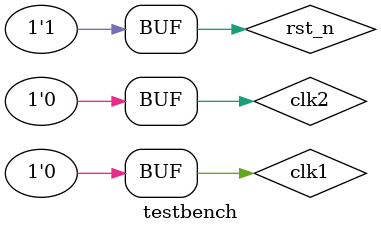
<source format=v>
`timescale 1ns / 1ps
module testbench;
reg clk1,clk2,rst_n;

integer k;

mips32_core uut(
.clk1(clk1),.clk2(clk2),.rst_n(rst_n));

initial
begin
clk1=0;  clk2=0;
repeat(60)
begin
#5 clk1=1; #5 clk1=0;
#5 clk2=1; #5 clk2=0;
end
end

initial
begin

//Data with dependencies
uut.Mem[0] = 32'h20190200;   //ADDI t9,zero,0x200
uut.Mem[1] = 32'h20180300;  //ADDI t8,zero,0x300
uut.Mem[2] = 32'h03191020;  //ADD $v0 $t8 $t9

//Branching Instructions
uut.Mem[3] = 32'h13190002; //beq t8 t9 0x2 // To Memory Address 5
uut.Mem[4] = 32'h17190005; //bne t8 t9 0x5 // To Memory Address 9

//Load& Store ( BEQ)
uut.Mem[5]= 32'h8C100023; //lw s0 0x23 zero
uut.Mem[6]= 32'h8C110043; //lw s1 0x43 zero
uut.Mem[7]= 32'hAC180050; //sw t8 0x50 zero
uut.Mem[8]= 32'hAC190051; //sw t9 0x51 zero

//Load & Store (BNE)
uut.Mem[9]= 32'h8C100024 ;//lw s0 0x24 zero
uut.Mem[10]= 32'h8C110044 ;//lw s1 0x44 zero
uut.Mem[11]= 32'hAC100050; //sw s0 0x50 zero
uut.Mem[12]= 32'hAC110051 ;//sw s1 0x51 zero

//Arithmetic Operations

uut.Mem[13]= 32'h02119020; //add s2 s0 s1
uut.Mem[14]= 32'h02509822; //sub s3 s2 s0
uut.Mem[15]= 32'h0260A020; //add s4 s3 zero
uut.Mem[16]= 32'h0272A82A; //slt s5 s3 s2
uut.Mem[17]= 32'h0015B080; //sll s6 s5 0x2
uut.Mem[18]= 32'h0016B842; //srl s7 s6 0x1
uut.Mem[19]= 32'h02F64025; //or t0 s7 s6


uut.Mem[10'h23]=32'd1;
uut.Mem[10'h24]=32'd11;
uut.Mem[10'h43]=32'd22;
uut.Mem[10'h44]=32'd33;


end


initial begin
rst_n=1;
#3 rst_n=0;
#4 rst_n=1;
end



endmodule
</source>
